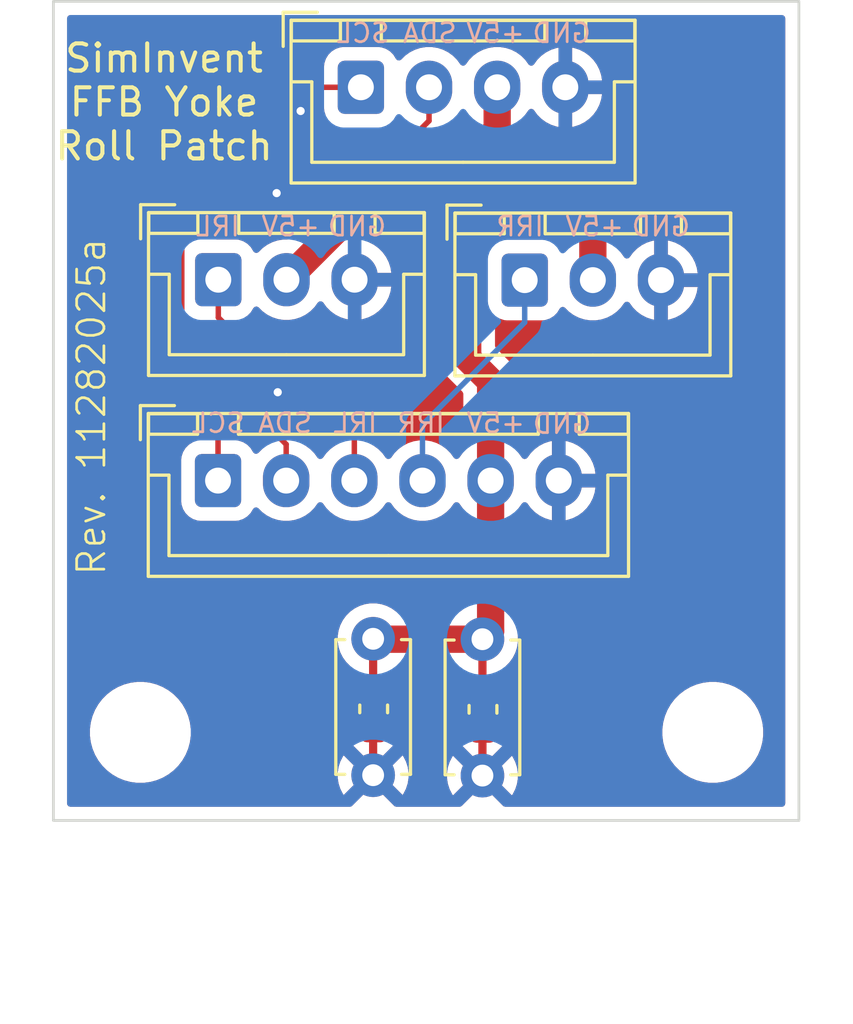
<source format=kicad_pcb>
(kicad_pcb (version 20241229) (generator "pcbnew") (generator_version "9.0")
  (layers (0 "F.Cu" signal) (2 "B.Cu" signal) (13 "F.Paste" user) (15 "B.Paste" user) (5 "F.SilkS" user "F.Silkscreen") (7 "B.SilkS" user "B.Silkscreen") (1 "F.Mask" user) (3 "B.Mask" user) (25 "Edge.Cuts" user))
  (net 0 "")
  (net 1 "/+5V")
  (net 2 "/GND")
  (net 3 "/SDA")
  (net 4 "/SCL")
  (net 5 "/IR_L")
  (net 6 "/IR_R")
  (footprint "MountingHole:MountingHole_3.2mm_M3_DIN965" (layer "F.Cu") (at 124.14 106.8)
    (property "Reference" "H1" (hide yes))
    (property "Value" "MountingHole")
    (pad "" np_thru_hole circle (at 0 0) (size 3.2 3.2) (drill 3.2) (layers "*.Cu" "*.Mask"))
  )
  (footprint "Connector_JST:JST_XH_B3B-XH-A_1x03_P2.50mm_Vertical" (layer "F.Cu") (at 138.24 90.22)
    (property "Reference" "J4" (hide yes))
    (property "Value" "ROLL_RIGHT")
    (fp_line (start -2.85 -2.75) (end -2.85 -1.5) (stroke (width 0.12)) (layer "F.SilkS"))
    (fp_line (start -2.56 -2.46) (end -2.56 3.51) (stroke (width 0.12)) (layer "F.SilkS"))
    (fp_line (start -2.56 3.51) (end 7.56 3.51) (stroke (width 0.12)) (layer "F.SilkS"))
    (fp_line (start -2.55 -2.45) (end -2.55 -1.7) (stroke (width 0.12)) (layer "F.SilkS"))
    (fp_line (start -2.55 -1.7) (end -0.75 -1.7) (stroke (width 0.12)) (layer "F.SilkS"))
    (fp_line (start -2.55 -0.2) (end -1.8 -0.2) (stroke (width 0.12)) (layer "F.SilkS"))
    (fp_line (start -1.8 -0.2) (end -1.8 2.75) (stroke (width 0.12)) (layer "F.SilkS"))
    (fp_line (start -1.8 2.75) (end 2.5 2.75) (stroke (width 0.12)) (layer "F.SilkS"))
    (fp_line (start -1.6 -2.75) (end -2.85 -2.75) (stroke (width 0.12)) (layer "F.SilkS"))
    (fp_line (start -0.75 -2.45) (end -2.55 -2.45) (stroke (width 0.12)) (layer "F.SilkS"))
    (fp_line (start -0.75 -1.7) (end -0.75 -2.45) (stroke (width 0.12)) (layer "F.SilkS"))
    (fp_line (start 0.75 -2.45) (end 0.75 -1.7) (stroke (width 0.12)) (layer "F.SilkS"))
    (fp_line (start 0.75 -1.7) (end 4.25 -1.7) (stroke (width 0.12)) (layer "F.SilkS"))
    (fp_line (start 4.25 -2.45) (end 0.75 -2.45) (stroke (width 0.12)) (layer "F.SilkS"))
    (fp_line (start 4.25 -1.7) (end 4.25 -2.45) (stroke (width 0.12)) (layer "F.SilkS"))
    (fp_line (start 5.75 -2.45) (end 5.75 -1.7) (stroke (width 0.12)) (layer "F.SilkS"))
    (fp_line (start 5.75 -1.7) (end 7.55 -1.7) (stroke (width 0.12)) (layer "F.SilkS"))
    (fp_line (start 6.8 -0.2) (end 6.8 2.75) (stroke (width 0.12)) (layer "F.SilkS"))
    (fp_line (start 6.8 2.75) (end 2.5 2.75) (stroke (width 0.12)) (layer "F.SilkS"))
    (fp_line (start 7.55 -2.45) (end 5.75 -2.45) (stroke (width 0.12)) (layer "F.SilkS"))
    (fp_line (start 7.55 -1.7) (end 7.55 -2.45) (stroke (width 0.12)) (layer "F.SilkS"))
    (fp_line (start 7.55 -0.2) (end 6.8 -0.2) (stroke (width 0.12)) (layer "F.SilkS"))
    (fp_line (start 7.56 -2.46) (end -2.56 -2.46) (stroke (width 0.12)) (layer "F.SilkS"))
    (fp_line (start 7.56 3.51) (end 7.56 -2.46) (stroke (width 0.12)) (layer "F.SilkS"))
    (pad "1" thru_hole roundrect (at 0 0) (size 1.7 1.95) (drill 0.95) (layers "*.Cu" "*.Mask") (roundrect_rratio 0.147059) (net 6 "/IR_R"))
    (pad "2" thru_hole oval (at 2.5 0) (size 1.7 1.95) (drill 0.95) (layers "*.Cu" "*.Mask") (net 1 "/+5V"))
    (pad "3" thru_hole oval (at 5 0) (size 1.7 1.95) (drill 0.95) (layers "*.Cu" "*.Mask") (net 2 "/GND"))
  )
  (footprint "MountingHole:MountingHole_3.2mm_M3_DIN965" (layer "F.Cu") (at 145.14 106.8)
    (property "Reference" "H2" (hide yes))
    (property "Value" "MountingHole")
    (pad "" np_thru_hole circle (at 0 0) (size 3.2 3.2) (drill 3.2) (layers "*.Cu" "*.Mask"))
  )
  (footprint "Connector_JST:JST_XH_B3B-XH-A_1x03_P2.50mm_Vertical" (layer "F.Cu") (at 127 90.205)
    (property "Reference" "J3" (hide yes))
    (property "Value" "ROLL_LEFT")
    (fp_line (start -2.85 -2.75) (end -2.85 -1.5) (stroke (width 0.12)) (layer "F.SilkS"))
    (fp_line (start -2.56 -2.46) (end -2.56 3.51) (stroke (width 0.12)) (layer "F.SilkS"))
    (fp_line (start -2.56 3.51) (end 7.56 3.51) (stroke (width 0.12)) (layer "F.SilkS"))
    (fp_line (start -2.55 -2.45) (end -2.55 -1.7) (stroke (width 0.12)) (layer "F.SilkS"))
    (fp_line (start -2.55 -1.7) (end -0.75 -1.7) (stroke (width 0.12)) (layer "F.SilkS"))
    (fp_line (start -2.55 -0.2) (end -1.8 -0.2) (stroke (width 0.12)) (layer "F.SilkS"))
    (fp_line (start -1.8 -0.2) (end -1.8 2.75) (stroke (width 0.12)) (layer "F.SilkS"))
    (fp_line (start -1.8 2.75) (end 2.5 2.75) (stroke (width 0.12)) (layer "F.SilkS"))
    (fp_line (start -1.6 -2.75) (end -2.85 -2.75) (stroke (width 0.12)) (layer "F.SilkS"))
    (fp_line (start -0.75 -2.45) (end -2.55 -2.45) (stroke (width 0.12)) (layer "F.SilkS"))
    (fp_line (start -0.75 -1.7) (end -0.75 -2.45) (stroke (width 0.12)) (layer "F.SilkS"))
    (fp_line (start 0.75 -2.45) (end 0.75 -1.7) (stroke (width 0.12)) (layer "F.SilkS"))
    (fp_line (start 0.75 -1.7) (end 4.25 -1.7) (stroke (width 0.12)) (layer "F.SilkS"))
    (fp_line (start 4.25 -2.45) (end 0.75 -2.45) (stroke (width 0.12)) (layer "F.SilkS"))
    (fp_line (start 4.25 -1.7) (end 4.25 -2.45) (stroke (width 0.12)) (layer "F.SilkS"))
    (fp_line (start 5.75 -2.45) (end 5.75 -1.7) (stroke (width 0.12)) (layer "F.SilkS"))
    (fp_line (start 5.75 -1.7) (end 7.55 -1.7) (stroke (width 0.12)) (layer "F.SilkS"))
    (fp_line (start 6.8 -0.2) (end 6.8 2.75) (stroke (width 0.12)) (layer "F.SilkS"))
    (fp_line (start 6.8 2.75) (end 2.5 2.75) (stroke (width 0.12)) (layer "F.SilkS"))
    (fp_line (start 7.55 -2.45) (end 5.75 -2.45) (stroke (width 0.12)) (layer "F.SilkS"))
    (fp_line (start 7.55 -1.7) (end 7.55 -2.45) (stroke (width 0.12)) (layer "F.SilkS"))
    (fp_line (start 7.55 -0.2) (end 6.8 -0.2) (stroke (width 0.12)) (layer "F.SilkS"))
    (fp_line (start 7.56 -2.46) (end -2.56 -2.46) (stroke (width 0.12)) (layer "F.SilkS"))
    (fp_line (start 7.56 3.51) (end 7.56 -2.46) (stroke (width 0.12)) (layer "F.SilkS"))
    (pad "1" thru_hole roundrect (at 0 0) (size 1.7 1.95) (drill 0.95) (layers "*.Cu" "*.Mask") (roundrect_rratio 0.147059) (net 5 "/IR_L"))
    (pad "2" thru_hole oval (at 2.5 0) (size 1.7 1.95) (drill 0.95) (layers "*.Cu" "*.Mask") (net 1 "/+5V"))
    (pad "3" thru_hole oval (at 5 0) (size 1.7 1.95) (drill 0.95) (layers "*.Cu" "*.Mask") (net 2 "/GND"))
  )
  (footprint "MyFootprints2:DUAL_CAP_2.5mm_0603" (layer "F.Cu") (at 136.69 103.385 -90)
    (property "Reference" "C1" (hide yes))
    (property "Value" "10uF")
    (fp_line (start 0.03 1.37) (end 0.03 1.04) (stroke (width 0.12)) (layer "F.SilkS"))
    (fp_line (start 4.97 1.37) (end 0.03 1.37) (stroke (width 0.12)) (layer "F.SilkS"))
    (fp_line (start 4.97 1.04) (end 4.97 1.37) (stroke (width 0.12)) (layer "F.SilkS"))
    (fp_line (start 2.42942 0.49) (end 2.71058 0.49) (stroke (width 0.12)) (layer "F.SilkS"))
    (fp_line (start 2.42942 -0.53) (end 2.71058 -0.53) (stroke (width 0.12)) (layer "F.SilkS"))
    (fp_line (start 0.03 -1.04) (end 0.03 -1.37) (stroke (width 0.12)) (layer "F.SilkS"))
    (fp_line (start 0.03 -1.37) (end 4.97 -1.37) (stroke (width 0.12)) (layer "F.SilkS"))
    (fp_line (start 4.97 -1.37) (end 4.97 -1.04) (stroke (width 0.12)) (layer "F.SilkS"))
    (pad "1" thru_hole circle (at 0 0 270) (size 1.6 1.6) (drill 0.8) (layers "*.Cu" "*.Mask") (net 1 "/+5V"))
    (pad "1" smd rect (at 1.03 0 270) (size 1 0.3) (layers "F.Cu") (net 1 "/+5V"))
    (pad "1" smd roundrect (at 1.795 -0.02 270) (size 0.9 0.95) (layers "F.Cu" "F.Mask" "F.Paste") (net 1 "/+5V"))
    (pad "2" smd roundrect (at 3.345 -0.02 270) (size 0.9 0.95) (layers "F.Cu" "F.Mask" "F.Paste") (net 2 "/GND"))
    (pad "2" smd rect (at 4.07 0 270) (size 1 0.3) (layers "F.Cu") (net 2 "/GND"))
    (pad "2" thru_hole circle (at 5 0 270) (size 1.6 1.6) (drill 0.8) (layers "*.Cu" "*.Mask") (net 2 "/GND"))
  )
  (footprint "MyFootprints2:DUAL_CAP_2.5mm_0603" (layer "F.Cu") (at 132.68 103.37 -90)
    (property "Reference" "C2" (hide yes))
    (property "Value" "0.1uF")
    (fp_line (start 0.03 1.37) (end 0.03 1.04) (stroke (width 0.12)) (layer "F.SilkS"))
    (fp_line (start 4.97 1.37) (end 0.03 1.37) (stroke (width 0.12)) (layer "F.SilkS"))
    (fp_line (start 4.97 1.04) (end 4.97 1.37) (stroke (width 0.12)) (layer "F.SilkS"))
    (fp_line (start 2.42942 0.49) (end 2.71058 0.49) (stroke (width 0.12)) (layer "F.SilkS"))
    (fp_line (start 2.42942 -0.53) (end 2.71058 -0.53) (stroke (width 0.12)) (layer "F.SilkS"))
    (fp_line (start 0.03 -1.04) (end 0.03 -1.37) (stroke (width 0.12)) (layer "F.SilkS"))
    (fp_line (start 0.03 -1.37) (end 4.97 -1.37) (stroke (width 0.12)) (layer "F.SilkS"))
    (fp_line (start 4.97 -1.37) (end 4.97 -1.04) (stroke (width 0.12)) (layer "F.SilkS"))
    (pad "1" thru_hole circle (at 0 0 270) (size 1.6 1.6) (drill 0.8) (layers "*.Cu" "*.Mask") (net 1 "/+5V"))
    (pad "1" smd rect (at 1.03 0 270) (size 1 0.3) (layers "F.Cu") (net 1 "/+5V"))
    (pad "1" smd roundrect (at 1.795 -0.02 270) (size 0.9 0.95) (layers "F.Cu" "F.Mask" "F.Paste") (net 1 "/+5V"))
    (pad "2" smd roundrect (at 3.345 -0.02 270) (size 0.9 0.95) (layers "F.Cu" "F.Mask" "F.Paste") (net 2 "/GND"))
    (pad "2" smd rect (at 4.07 0 270) (size 1 0.3) (layers "F.Cu") (net 2 "/GND"))
    (pad "2" thru_hole circle (at 5 0 270) (size 1.6 1.6) (drill 0.8) (layers "*.Cu" "*.Mask") (net 2 "/GND"))
  )
  (footprint "Connector_JST:JST_XH_B4B-XH-A_1x04_P2.50mm_Vertical" (layer "F.Cu") (at 132.23 83.15)
    (property "Reference" "J2" (hide yes))
    (property "Value" "ROLL_ENCODER")
    (fp_line (start -2.85 -2.75) (end -2.85 -1.5) (stroke (width 0.12)) (layer "F.SilkS"))
    (fp_line (start -2.56 -2.46) (end -2.56 3.51) (stroke (width 0.12)) (layer "F.SilkS"))
    (fp_line (start -2.56 3.51) (end 10.06 3.51) (stroke (width 0.12)) (layer "F.SilkS"))
    (fp_line (start -2.55 -2.45) (end -2.55 -1.7) (stroke (width 0.12)) (layer "F.SilkS"))
    (fp_line (start -2.55 -1.7) (end -0.75 -1.7) (stroke (width 0.12)) (layer "F.SilkS"))
    (fp_line (start -2.55 -0.2) (end -1.8 -0.2) (stroke (width 0.12)) (layer "F.SilkS"))
    (fp_line (start -1.8 -0.2) (end -1.8 2.75) (stroke (width 0.12)) (layer "F.SilkS"))
    (fp_line (start -1.8 2.75) (end 3.75 2.75) (stroke (width 0.12)) (layer "F.SilkS"))
    (fp_line (start -1.6 -2.75) (end -2.85 -2.75) (stroke (width 0.12)) (layer "F.SilkS"))
    (fp_line (start -0.75 -2.45) (end -2.55 -2.45) (stroke (width 0.12)) (layer "F.SilkS"))
    (fp_line (start -0.75 -1.7) (end -0.75 -2.45) (stroke (width 0.12)) (layer "F.SilkS"))
    (fp_line (start 0.75 -2.45) (end 0.75 -1.7) (stroke (width 0.12)) (layer "F.SilkS"))
    (fp_line (start 0.75 -1.7) (end 6.75 -1.7) (stroke (width 0.12)) (layer "F.SilkS"))
    (fp_line (start 6.75 -2.45) (end 0.75 -2.45) (stroke (width 0.12)) (layer "F.SilkS"))
    (fp_line (start 6.75 -1.7) (end 6.75 -2.45) (stroke (width 0.12)) (layer "F.SilkS"))
    (fp_line (start 8.25 -2.45) (end 8.25 -1.7) (stroke (width 0.12)) (layer "F.SilkS"))
    (fp_line (start 8.25 -1.7) (end 10.05 -1.7) (stroke (width 0.12)) (layer "F.SilkS"))
    (fp_line (start 9.3 -0.2) (end 9.3 2.75) (stroke (width 0.12)) (layer "F.SilkS"))
    (fp_line (start 9.3 2.75) (end 3.75 2.75) (stroke (width 0.12)) (layer "F.SilkS"))
    (fp_line (start 10.05 -2.45) (end 8.25 -2.45) (stroke (width 0.12)) (layer "F.SilkS"))
    (fp_line (start 10.05 -1.7) (end 10.05 -2.45) (stroke (width 0.12)) (layer "F.SilkS"))
    (fp_line (start 10.05 -0.2) (end 9.3 -0.2) (stroke (width 0.12)) (layer "F.SilkS"))
    (fp_line (start 10.06 -2.46) (end -2.56 -2.46) (stroke (width 0.12)) (layer "F.SilkS"))
    (fp_line (start 10.06 3.51) (end 10.06 -2.46) (stroke (width 0.12)) (layer "F.SilkS"))
    (pad "1" thru_hole roundrect (at 0 0) (size 1.7 1.95) (drill 0.95) (layers "*.Cu" "*.Mask") (roundrect_rratio 0.147059) (net 4 "/SCL"))
    (pad "2" thru_hole oval (at 2.5 0) (size 1.7 1.95) (drill 0.95) (layers "*.Cu" "*.Mask") (net 3 "/SDA"))
    (pad "3" thru_hole oval (at 5 0) (size 1.7 1.95) (drill 0.95) (layers "*.Cu" "*.Mask") (net 1 "/+5V"))
    (pad "4" thru_hole oval (at 7.5 0) (size 1.7 1.95) (drill 0.95) (layers "*.Cu" "*.Mask") (net 2 "/GND"))
  )
  (footprint "Connector_JST:JST_XH_B6B-XH-A_1x06_P2.50mm_Vertical" (layer "F.Cu") (at 126.99 97.57)
    (property "Reference" "J1" (hide yes))
    (property "Value" "MAIN_BOARD")
    (fp_line (start -2.85 -2.75) (end -2.85 -1.5) (stroke (width 0.12)) (layer "F.SilkS"))
    (fp_line (start -2.56 -2.46) (end -2.56 3.51) (stroke (width 0.12)) (layer "F.SilkS"))
    (fp_line (start -2.56 3.51) (end 15.06 3.51) (stroke (width 0.12)) (layer "F.SilkS"))
    (fp_line (start -2.55 -2.45) (end -2.55 -1.7) (stroke (width 0.12)) (layer "F.SilkS"))
    (fp_line (start -2.55 -1.7) (end -0.75 -1.7) (stroke (width 0.12)) (layer "F.SilkS"))
    (fp_line (start -2.55 -0.2) (end -1.8 -0.2) (stroke (width 0.12)) (layer "F.SilkS"))
    (fp_line (start -1.8 -0.2) (end -1.8 2.75) (stroke (width 0.12)) (layer "F.SilkS"))
    (fp_line (start -1.8 2.75) (end 6.25 2.75) (stroke (width 0.12)) (layer "F.SilkS"))
    (fp_line (start -1.6 -2.75) (end -2.85 -2.75) (stroke (width 0.12)) (layer "F.SilkS"))
    (fp_line (start -0.75 -2.45) (end -2.55 -2.45) (stroke (width 0.12)) (layer "F.SilkS"))
    (fp_line (start -0.75 -1.7) (end -0.75 -2.45) (stroke (width 0.12)) (layer "F.SilkS"))
    (fp_line (start 0.75 -2.45) (end 0.75 -1.7) (stroke (width 0.12)) (layer "F.SilkS"))
    (fp_line (start 0.75 -1.7) (end 11.75 -1.7) (stroke (width 0.12)) (layer "F.SilkS"))
    (fp_line (start 11.75 -2.45) (end 0.75 -2.45) (stroke (width 0.12)) (layer "F.SilkS"))
    (fp_line (start 11.75 -1.7) (end 11.75 -2.45) (stroke (width 0.12)) (layer "F.SilkS"))
    (fp_line (start 13.25 -2.45) (end 13.25 -1.7) (stroke (width 0.12)) (layer "F.SilkS"))
    (fp_line (start 13.25 -1.7) (end 15.05 -1.7) (stroke (width 0.12)) (layer "F.SilkS"))
    (fp_line (start 14.3 -0.2) (end 14.3 2.75) (stroke (width 0.12)) (layer "F.SilkS"))
    (fp_line (start 14.3 2.75) (end 6.25 2.75) (stroke (width 0.12)) (layer "F.SilkS"))
    (fp_line (start 15.05 -2.45) (end 13.25 -2.45) (stroke (width 0.12)) (layer "F.SilkS"))
    (fp_line (start 15.05 -1.7) (end 15.05 -2.45) (stroke (width 0.12)) (layer "F.SilkS"))
    (fp_line (start 15.05 -0.2) (end 14.3 -0.2) (stroke (width 0.12)) (layer "F.SilkS"))
    (fp_line (start 15.06 -2.46) (end -2.56 -2.46) (stroke (width 0.12)) (layer "F.SilkS"))
    (fp_line (start 15.06 3.51) (end 15.06 -2.46) (stroke (width 0.12)) (layer "F.SilkS"))
    (pad "1" thru_hole roundrect (at 0 0) (size 1.7 1.95) (drill 0.95) (layers "*.Cu" "*.Mask") (roundrect_rratio 0.147059) (net 4 "/SCL"))
    (pad "2" thru_hole oval (at 2.5 0) (size 1.7 1.95) (drill 0.95) (layers "*.Cu" "*.Mask") (net 3 "/SDA"))
    (pad "3" thru_hole oval (at 5 0) (size 1.7 1.95) (drill 0.95) (layers "*.Cu" "*.Mask") (net 5 "/IR_L"))
    (pad "4" thru_hole oval (at 7.5 0) (size 1.7 1.95) (drill 0.95) (layers "*.Cu" "*.Mask") (net 6 "/IR_R"))
    (pad "5" thru_hole oval (at 10 0) (size 1.7 1.95) (drill 0.95) (layers "*.Cu" "*.Mask") (net 1 "/+5V"))
    (pad "6" thru_hole oval (at 12.5 0) (size 1.7 1.95) (drill 0.95) (layers "*.Cu" "*.Mask") (net 2 "/GND"))
  )
  (gr_rect (start 120.95 80) (end 148.3 110.03) (stroke (width 0.1)) (fill no) (layer "Edge.Cuts"))
  (gr_text "SimInvent\nFFB Yoke\nRoll Patch" (at 125.01 85.89 0) (layer "F.SilkS") (effects (font (size 1 1)) (justify bottom)))
  (gr_text "Rev. 11282025a" (at 122.93 101.12 90) (layer "F.SilkS") (effects (font (size 1 1) (thickness 0.1)) (justify left bottom)))
  (gr_text "+5V" (at 138.3 81.57 0) (layer "B.SilkS") (effects (font (size 0.7 0.7) (thickness 0.1)) (justify left bottom mirror)))
  (gr_text "GND" (at 133.22 88.66 0) (layer "B.SilkS") (effects (font (size 0.7 0.7) (thickness 0.1)) (justify left bottom mirror)))
  (gr_text "+5V" (at 130.79 88.66 0) (layer "B.SilkS") (effects (font (size 0.7 0.7) (thickness 0.1)) (justify left bottom mirror)))
  (gr_text "IRL" (at 132.89 95.87 0) (layer "B.SilkS") (effects (font (size 0.7 0.7) (thickness 0.1)) (justify left bottom mirror)))
  (gr_text "SDA" (at 135.81 81.57 0) (layer "B.SilkS") (effects (font (size 0.7 0.7) (thickness 0.1)) (justify left bottom mirror)))
  (gr_text "+5V" (at 138.31 95.87 0) (layer "B.SilkS") (effects (font (size 0.7 0.7) (thickness 0.1)) (justify left bottom mirror)))
  (gr_text "GND" (at 140.74 95.9 0) (layer "B.SilkS") (effects (font (size 0.7 0.7) (thickness 0.1)) (justify left bottom mirror)))
  (gr_text "SCL" (at 133.34 81.57 0) (layer "B.SilkS") (effects (font (size 0.7 0.7) (thickness 0.1)) (justify left bottom mirror)))
  (gr_text "+5V" (at 141.94 88.66 0) (layer "B.SilkS") (effects (font (size 0.7 0.7) (thickness 0.1)) (justify left bottom mirror)))
  (gr_text "SCL" (at 128.03 95.87 0) (layer "B.SilkS") (effects (font (size 0.7 0.7) (thickness 0.1)) (justify left bottom mirror)))
  (gr_text "SDA" (at 130.5 95.87 0) (layer "B.SilkS") (effects (font (size 0.7 0.7) (thickness 0.1)) (justify left bottom mirror)))
  (gr_text "IRR" (at 139 88.66 0) (layer "B.SilkS") (effects (font (size 0.7 0.7) (thickness 0.1)) (justify left bottom mirror)))
  (gr_text "GND" (at 140.73 81.57 0) (layer "B.SilkS") (effects (font (size 0.7 0.7) (thickness 0.1)) (justify left bottom mirror)))
  (gr_text "IRR" (at 135.37 95.87 0) (layer "B.SilkS") (effects (font (size 0.7 0.7) (thickness 0.1)) (justify left bottom mirror)))
  (gr_text "GND" (at 144.37 88.66 0) (layer "B.SilkS") (effects (font (size 0.7 0.7) (thickness 0.1)) (justify left bottom mirror)))
  (gr_text "IRL" (at 127.85 88.66 0) (layer "B.SilkS") (effects (font (size 0.7 0.7) (thickness 0.1)) (justify left bottom mirror)))
  (segment (start 136.69 103.385) (end 132.695 103.385) (width 1) (layer "F.Cu") (net 1))
  (segment (start 133.745 85.96) (end 135.98 85.96) (width 1) (layer "F.Cu") (net 1))
  (segment (start 136.15 93.09) (end 136.15 85.96) (width 1) (layer "F.Cu") (net 1))
  (segment (start 139.36 85.96) (end 136.15 85.96) (width 1) (layer "F.Cu") (net 1))
  (segment (start 132.695 103.385) (end 132.68 103.37) (width 1) (layer "F.Cu") (net 1))
  (segment (start 137.23 84.71) (end 137.23 83.15) (width 1) (layer "F.Cu") (net 1))
  (segment (start 129.5 90.205) (end 133.745 85.96) (width 1) (layer "F.Cu") (net 1))
  (segment (start 135.98 85.96) (end 137.23 84.71) (width 1) (layer "F.Cu") (net 1))
  (segment (start 140.74 90.22) (end 140.74 87.34) (width 1) (layer "F.Cu") (net 1))
  (segment (start 136.99 103.085) (end 136.69 103.385) (width 1) (layer "F.Cu") (net 1))
  (segment (start 136.15 85.96) (end 135.98 85.96) (width 0.2) (layer "F.Cu") (net 1))
  (segment (start 136.99 97.57) (end 136.99 103.085) (width 1) (layer "F.Cu") (net 1))
  (segment (start 136.99 93.93) (end 136.15 93.09) (width 1) (layer "F.Cu") (net 1))
  (segment (start 140.74 87.34) (end 139.36 85.96) (width 1) (layer "F.Cu") (net 1))
  (segment (start 136.99 97.57) (end 136.99 93.93) (width 1) (layer "F.Cu") (net 1))
  (via (at 130.02 84.02) (size 0.6) (drill 0.3) (layers "F.Cu" "B.Cu") (net 2))
  (via (at 129.14 87.03) (size 0.6) (drill 0.3) (layers "F.Cu" "B.Cu") (net 2))
  (via (at 129.18 94.33) (size 0.6) (drill 0.3) (layers "F.Cu" "B.Cu") (net 2))
  (segment (start 129.49 97.57) (end 129.49 96.24) (width 0.2) (layer "F.Cu") (net 3))
  (segment (start 125.66 88.86) (end 129.61 84.91) (width 0.2) (layer "F.Cu") (net 3))
  (segment (start 125.66 92.41) (end 125.66 88.86) (width 0.2) (layer "F.Cu") (net 3))
  (segment (start 129.61 84.91) (end 134.2 84.91) (width 0.2) (layer "F.Cu") (net 3))
  (segment (start 134.2 84.91) (end 134.73 84.38) (width 0.2) (layer "F.Cu") (net 3))
  (segment (start 134.73 84.38) (end 134.73 83.15) (width 0.2) (layer "F.Cu") (net 3))
  (segment (start 129.49 96.24) (end 125.66 92.41) (width 0.2) (layer "F.Cu") (net 3))
  (segment (start 126.99 97.57) (end 126.99 96.01) (width 0.2) (layer "F.Cu") (net 4))
  (segment (start 126.99 96.01) (end 123.97 92.99) (width 0.2) (layer "F.Cu") (net 4))
  (segment (start 128.69 83.15) (end 132.23 83.15) (width 0.2) (layer "F.Cu") (net 4))
  (segment (start 126.99 97.51) (end 127.03 97.47) (width 0.2) (layer "F.Cu") (net 4))
  (segment (start 123.97 92.99) (end 123.97 87.87) (width 0.2) (layer "F.Cu") (net 4))
  (segment (start 123.97 87.87) (end 128.69 83.15) (width 0.2) (layer "F.Cu") (net 4))
  (segment (start 126.99 97.57) (end 126.99 97.51) (width 0.2) (layer "F.Cu") (net 4))
  (segment (start 127 91.59) (end 127 90.205) (width 0.2) (layer "F.Cu") (net 5))
  (segment (start 128.74 92.56) (end 127.97 92.56) (width 0.2) (layer "F.Cu") (net 5))
  (segment (start 131.99 95.81) (end 128.74 92.56) (width 0.2) (layer "F.Cu") (net 5))
  (segment (start 127.97 92.56) (end 127 91.59) (width 0.2) (layer "F.Cu") (net 5))
  (segment (start 131.99 97.57) (end 131.99 95.81) (width 0.2) (layer "F.Cu") (net 5))
  (segment (start 134.49 95.52) (end 138.24 91.77) (width 0.2) (layer "B.Cu") (net 6))
  (segment (start 134.49 97.57) (end 134.49 95.52) (width 0.2) (layer "B.Cu") (net 6))
  (segment (start 138.24 91.77) (end 138.24 90.22) (width 0.2) (layer "B.Cu") (net 6))
  (zone (net 2) (net_name "/GND") (layers "F.Cu" "B.Cu") (connect_pads (clearance 0.5)) (min_thickness 0.25) (fill yes (thermal_gap 0.5) (thermal_bridge_width 0.5))
    (polygon (pts (xy 120.95 80) (xy 120.95 110.03) (xy 148.3 110.03) (xy 148.3 80)))
  )
)
</source>
